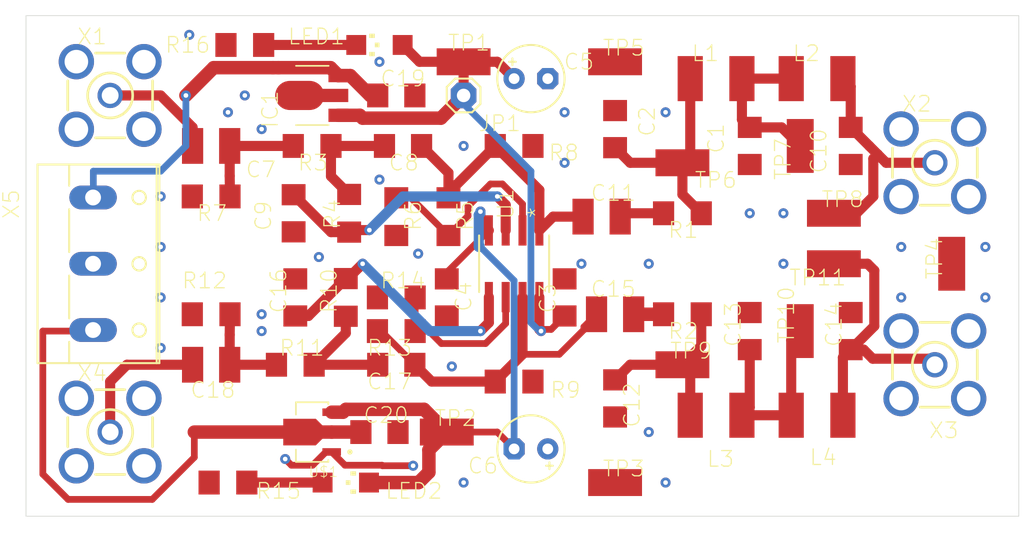
<source format=kicad_pcb>
(kicad_pcb (version 20211014) (generator pcbnew)
  (layers (0 "F.Cu" signal) (31 "B.Cu" signal) (34 "B.Paste" user) (35 "F.Paste" user) (36 "B.SilkS" user "B.Silkscreen") (37 "F.SilkS" user "F.Silkscreen") (38 "B.Mask" user) (39 "F.Mask" user) (44 "Edge.Cuts" user))
  (net 0 "")
  (net 1 "GND")
  (net 2 "VS-")
  (net 3 "VS+")
  (net 4 "+9V")
  (net 5 "-9V")
  (net 6 "DCIN+")
  (net 7 "ACIN+")
  (net 8 "N$8")
  (net 9 "N$9")
  (net 10 "N$10")
  (net 11 "N$4")
  (net 12 "N$1")
  (net 13 "N$2")
  (net 14 "N$3")
  (net 15 "VFILT1+")
  (net 16 "N$7")
  (net 17 "N$11")
  (net 18 "N$12")
  (net 19 "N$13")
  (net 20 "VFILT1-")
  (net 21 "DCIN-")
  (net 22 "ACIN-")
  (net 23 "N$16")
  (net 24 "N$17")
  (net 25 "N$19")
  (net 26 "N$20")
  (net 27 "N$21")
  (footprint "AntiAlias Filter_Diff_Active:C1206" (layer "F.Cu") (at 137.7161 117.5386)
    (fp_text reference "C20" (at -1.27 -1.27) (layer "F.SilkS") (effects (font (size 1.176528 1.176528) (thickness 0.093472)) (justify left)))
    (fp_text value "")
    (pad "1" smd rect (at -1.4 0) (size 1.6 1.8) (layers "F.Cu" "F.Paste" "F.Mask") (net 5 "-9V"))
    (pad "2" smd rect (at 1.4 0) (size 1.6 1.8) (layers "F.Cu" "F.Paste" "F.Mask") (net 1 "GND"))
  )
  (footprint "AntiAlias Filter_Diff_Active:R1206" (layer "F.Cu") (at 125.0161 108.6486 180)
    (fp_text reference "R12" (at -1.27 2.54) (layer "F.SilkS") (effects (font (size 1.176528 1.176528) (thickness 0.093472)) (justify right)))
    (fp_text value "100k")
    (pad "1" smd rect (at -1.422 0 180) (size 1.6 1.803) (layers "F.Cu" "F.Paste" "F.Mask") (net 22 "ACIN-"))
    (pad "2" smd rect (at 1.422 0 180) (size 1.6 1.803) (layers "F.Cu" "F.Paste" "F.Mask") (net 1 "GND"))
  )
  (footprint "AntiAlias Filter_Diff_Active:C1210" (layer "F.Cu") (at 155.4961 108.6486)
    (fp_text reference "C15" (at -1.905 -1.905) (layer "F.SilkS") (effects (font (size 1.176528 1.176528) (thickness 0.093472)) (justify left)))
    (fp_text value "10u")
    (pad "1" smd rect (at -1.4 0) (size 1.6 2.7) (layers "F.Cu" "F.Paste" "F.Mask") (net 20 "VFILT1-"))
    (pad "2" smd rect (at 1.4 0) (size 1.6 2.7) (layers "F.Cu" "F.Paste" "F.Mask") (net 19 "N$13"))
  )
  (footprint "AntiAlias Filter_Diff_Active:TP20SQ" (layer "F.Cu") (at 169.4661 95.9486 90)
    (fp_text reference "TP7" (at -2.651 -1.304 90) (layer "F.SilkS") (effects (font (size 1.176528 1.176528) (thickness 0.093472)) (justify left)))
    (fp_text value "TPTP20SQ")
    (pad "TP" smd rect (at 0 0 90) (size 4.064 2.032) (layers "F.Cu" "F.Mask") (net 13 "N$2"))
  )
  (footprint "AntiAlias Filter_Diff_Active:TP20SQ" (layer "F.Cu") (at 172.0061 104.8386 180)
    (fp_text reference "TP11" (at -1 -1.05) (layer "F.SilkS") (effects (font (size 1.176528 1.176528) (thickness 0.093472)) (justify right)))
    (fp_text value "TPTP20SQ")
    (pad "TP" smd rect (at 0 0 180) (size 4.064 2.032) (layers "F.Cu" "F.Mask") (net 16 "N$7"))
  )
  (footprint "AntiAlias Filter_Diff_Active:W237-103" (layer "F.Cu") (at 117.3961 104.8386 -90)
    (fp_text reference "X5" (at -5.6858 7.4622 90) (layer "F.SilkS") (effects (font (size 1.17856 1.17856) (thickness 0.09144)) (justify right)))
    (fp_text value "")
    (pad "1" thru_hole oval (at -5 1.29) (size 3.5814 1.7907) (drill 1.1938) (layers *.Cu *.Mask) (net 4 "+9V"))
    (pad "2" thru_hole oval (at 0 1.29) (size 3.5814 1.7907) (drill 1.1938) (layers *.Cu *.Mask) (net 1 "GND"))
    (pad "3" thru_hole oval (at 5 1.29) (size 3.5814 1.7907) (drill 1.1938) (layers *.Cu *.Mask) (net 5 "-9V"))
  )
  (footprint "AntiAlias Filter_Diff_Active:TP20SQ" (layer "F.Cu") (at 160.5761 97.2186 180)
    (fp_text reference "TP6" (at -4.175 -1.304) (layer "F.SilkS") (effects (font (size 1.176528 1.176528) (thickness 0.093472)) (justify right)))
    (fp_text value "TPTP20SQ")
    (pad "TP" smd rect (at 0 0 180) (size 4.064 2.032) (layers "F.Cu" "F.Mask") (net 12 "N$1"))
  )
  (footprint "AntiAlias Filter_Diff_Active:C1206" (layer "F.Cu") (at 155.4961 114.9986 -90)
    (fp_text reference "C12" (at -1.27 -1.27 90) (layer "F.SilkS") (effects (font (size 1.176528 1.176528) (thickness 0.093472)) (justify right)))
    (fp_text value "1n")
    (pad "1" smd rect (at -1.4 0 270) (size 1.6 1.8) (layers "F.Cu" "F.Paste" "F.Mask") (net 17 "N$11"))
    (pad "2" smd rect (at 1.4 0 270) (size 1.6 1.8) (layers "F.Cu" "F.Paste" "F.Mask") (net 1 "GND"))
  )
  (footprint "AntiAlias Filter_Diff_Active:BU-SMA-V" (layer "F.Cu") (at 179.6261 97.2186)
    (fp_text reference "X2" (at -2.54 -4.445) (layer "F.SilkS") (effects (font (size 1.176528 1.176528) (thickness 0.093472)) (justify left)))
    (fp_text value "BU-SMA-V")
    (pad "1" thru_hole circle (at 0 0) (size 1.905 1.905) (drill 1.27) (layers *.Cu *.Mask) (net 11 "N$4"))
    (pad "2" thru_hole circle (at -2.5499 -2.5499) (size 2.667 2.667) (drill 1.778) (layers *.Cu *.Mask) (net 1 "GND"))
    (pad "3" thru_hole circle (at 2.5499 -2.5499) (size 2.667 2.667) (drill 1.778) (layers *.Cu *.Mask) (net 1 "GND"))
    (pad "4" thru_hole circle (at 2.5499 2.5499) (size 2.667 2.667) (drill 1.778) (layers *.Cu *.Mask) (net 1 "GND"))
    (pad "5" thru_hole circle (at -2.5499 2.5499) (size 2.667 2.667) (drill 1.778) (layers *.Cu *.Mask) (net 1 "GND"))
  )
  (footprint "AntiAlias Filter_Diff_Active:R1206" (layer "F.Cu") (at 131.3661 112.4586)
    (fp_text reference "R11" (at -1.27 -1.27) (layer "F.SilkS") (effects (font (size 1.176528 1.176528) (thickness 0.093472)) (justify left)))
    (fp_text value "470")
    (pad "1" smd rect (at -1.422 0) (size 1.6 1.803) (layers "F.Cu" "F.Paste" "F.Mask") (net 22 "ACIN-"))
    (pad "2" smd rect (at 1.422 0) (size 1.6 1.803) (layers "F.Cu" "F.Paste" "F.Mask") (net 23 "N$16"))
  )
  (footprint "AntiAlias Filter_Diff_Active:R1206" (layer "F.Cu") (at 132.6361 95.9486 180)
    (fp_text reference "R3" (at -1.27 -1.27) (layer "F.SilkS") (effects (font (size 1.176528 1.176528) (thickness 0.093472)) (justify right)))
    (fp_text value "470")
    (pad "1" smd rect (at -1.422 0 180) (size 1.6 1.803) (layers "F.Cu" "F.Paste" "F.Mask") (net 9 "N$9"))
    (pad "2" smd rect (at 1.422 0 180) (size 1.6 1.803) (layers "F.Cu" "F.Paste" "F.Mask") (net 7 "ACIN+"))
  )
  (footprint "AntiAlias Filter_Diff_Active:L1812" (layer "F.Cu") (at 170.7361 90.8686)
    (fp_text reference "L2" (at -1.905 -1.905) (layer "F.SilkS") (effects (font (size 1.176528 1.176528) (thickness 0.093472)) (justify left)))
    (fp_text value "370u")
    (pad "1" smd rect (at -1.95 0) (size 1.9 3.4) (layers "F.Cu" "F.Paste" "F.Mask") (net 13 "N$2"))
    (pad "2" smd rect (at 1.95 0) (size 1.9 3.4) (layers "F.Cu" "F.Paste" "F.Mask") (net 11 "N$4"))
  )
  (footprint "AntiAlias Filter_Diff_Active:C1210" (layer "F.Cu") (at 125.0161 112.4586 180)
    (fp_text reference "C18" (at -1.905 -1.905) (layer "F.SilkS") (effects (font (size 1.176528 1.176528) (thickness 0.093472)) (justify right)))
    (fp_text value "50n")
    (pad "1" smd rect (at -1.4 0 180) (size 1.6 2.7) (layers "F.Cu" "F.Paste" "F.Mask") (net 22 "ACIN-"))
    (pad "2" smd rect (at 1.4 0 180) (size 1.6 2.7) (layers "F.Cu" "F.Paste" "F.Mask") (net 21 "DCIN-"))
  )
  (footprint "AntiAlias Filter_Diff_Active:C1206" (layer "F.Cu") (at 131.3661 107.3786 90)
    (fp_text reference "C16" (at -1.27 -1.27 90) (layer "F.SilkS") (effects (font (size 1.176528 1.176528) (thickness 0.093472)) (justify left)))
    (fp_text value "1n")
    (pad "1" smd rect (at -1.4 0 90) (size 1.6 1.8) (layers "F.Cu" "F.Paste" "F.Mask") (net 24 "N$17"))
    (pad "2" smd rect (at 1.4 0 90) (size 1.6 1.8) (layers "F.Cu" "F.Paste" "F.Mask") (net 1 "GND"))
  )
  (footprint "AntiAlias Filter_Diff_Active:C1206" (layer "F.Cu") (at 155.4961 94.6786 90)
    (fp_text reference "C2" (at -0.635 2.413 90) (layer "F.SilkS") (effects (font (size 1.176528 1.176528) (thickness 0.093472)) (justify left)))
    (fp_text value "1n")
    (pad "1" smd rect (at -1.4 0 90) (size 1.6 1.8) (layers "F.Cu" "F.Paste" "F.Mask") (net 12 "N$1"))
    (pad "2" smd rect (at 1.4 0 90) (size 1.6 1.8) (layers "F.Cu" "F.Paste" "F.Mask") (net 1 "GND"))
  )
  (footprint "AntiAlias Filter_Diff_Active:R1206" (layer "F.Cu") (at 142.9231 101.2826 -90)
    (fp_text reference "R5" (at -1.27 -1.27 90) (layer "F.SilkS") (effects (font (size 1.176528 1.176528) (thickness 0.093472)) (justify right)))
    (fp_text value "0")
    (pad "1" smd rect (at -1.422 0 270) (size 1.6 1.803) (layers "F.Cu" "F.Paste" "F.Mask") (net 15 "VFILT1+"))
    (pad "2" smd rect (at 1.422 0 270) (size 1.6 1.803) (layers "F.Cu" "F.Paste" "F.Mask") (net 10 "N$10"))
  )
  (footprint "AntiAlias Filter_Diff_Active:R1206" (layer "F.Cu") (at 160.5761 101.0286 180)
    (fp_text reference "R1" (at -1.27 -1.27) (layer "F.SilkS") (effects (font (size 1.176528 1.176528) (thickness 0.093472)) (justify right)))
    (fp_text value "470")
    (pad "1" smd rect (at -1.422 0 180) (size 1.6 1.803) (layers "F.Cu" "F.Paste" "F.Mask") (net 12 "N$1"))
    (pad "2" smd rect (at 1.422 0 180) (size 1.6 1.803) (layers "F.Cu" "F.Paste" "F.Mask") (net 14 "N$3"))
  )
  (footprint "AntiAlias Filter_Diff_Active:R1206" (layer "F.Cu") (at 138.9861 107.3786)
    (fp_text reference "R14" (at -1.27 -1.27) (layer "F.SilkS") (effects (font (size 1.176528 1.176528) (thickness 0.093472)) (justify left)))
    (fp_text value "open")
    (pad "1" smd rect (at -1.422 0) (size 1.6 1.803) (layers "F.Cu" "F.Paste" "F.Mask") (net 1 "GND"))
    (pad "2" smd rect (at 1.422 0) (size 1.6 1.803) (layers "F.Cu" "F.Paste" "F.Mask") (net 25 "N$19"))
  )
  (footprint "AntiAlias Filter_Diff_Active:C1210" (layer "F.Cu") (at 154.4801 101.2826)
    (fp_text reference "C11" (at -0.889 -1.778) (layer "F.SilkS") (effects (font (size 1.176528 1.176528) (thickness 0.093472)) (justify left)))
    (fp_text value "10u")
    (pad "1" smd rect (at -1.4 0) (size 1.6 2.7) (layers "F.Cu" "F.Paste" "F.Mask") (net 15 "VFILT1+"))
    (pad "2" smd rect (at 1.4 0) (size 1.6 2.7) (layers "F.Cu" "F.Paste" "F.Mask") (net 14 "N$3"))
  )
  (footprint "AntiAlias Filter_Diff_Active:C1206" (layer "F.Cu") (at 138.9861 112.4586 180)
    (fp_text reference "C17" (at -1.27 -1.27) (layer "F.SilkS") (effects (font (size 1.176528 1.176528) (thickness 0.093472)) (justify right)))
    (fp_text value "1n")
    (pad "1" smd rect (at -1.4 0 180) (size 1.6 1.8) (layers "F.Cu" "F.Paste" "F.Mask") (net 20 "VFILT1-"))
    (pad "2" smd rect (at 1.4 0 180) (size 1.6 1.8) (layers "F.Cu" "F.Paste" "F.Mask") (net 23 "N$16"))
  )
  (footprint "AntiAlias Filter_Diff_Active:TP20SQ" (layer "F.Cu") (at 169.4661 109.9186 90)
    (fp_text reference "TP10" (at -1 -1.05 90) (layer "F.SilkS") (effects (font (size 1.176528 1.176528) (thickness 0.093472)) (justify left)))
    (fp_text value "TPTP20SQ")
    (pad "TP" smd rect (at 0 0 90) (size 4.064 2.032) (layers "F.Cu" "F.Mask") (net 18 "N$12"))
  )
  (footprint "AntiAlias Filter_Diff_Active:SO8_DIO-M" (layer "F.Cu") (at 147.8761 104.8386 -90)
    (fp_text reference "U1" (at -3.2766 0.635 -90) (layer "F.SilkS") (effects (font (size 1.174496 1.174496) (thickness 0.095504)) (justify left)))
    (fp_text value "TLV272IS-13SO8_DIO-M" hide)
    (fp_text user "*" (at -3.3528 -2.3876 -90) (layer "F.SilkS") (effects (font (size 1.1938 1.1938) (thickness 0.0762)) (justify left bottom)))
    (pad "1" smd rect (at -2.5146 -1.905 270) (size 2.286 0.6096) (layers "F.Cu" "F.Paste" "F.Mask") (net 15 "VFILT1+"))
    (pad "2" smd rect (at -2.5146 -0.635 270) (size 2.286 0.6096) (layers "F.Cu" "F.Paste" "F.Mask") (net 10 "N$10"))
    (pad "3" smd rect (at -2.5146 0.635 270) (size 2.286 0.6096) (layers "F.Cu" "F.Paste" "F.Mask") (net 8 "N$8"))
    (pad "4" smd rect (at -2.5146 1.905 270) (size 2.286 0.6096) (layers "F.Cu" "F.Paste" "F.Mask") (net 2 "VS-"))
    (pad "5" smd rect (at 2.5146 1.905 270) (size 2.286 0.6096) (layers "F.Cu" "F.Paste" "F.Mask") (net 24 "N$17"))
    (pad "6" smd rect (at 2.5146 0.635 270) (size 2.286 0.6096) (layers "F.Cu" "F.Paste" "F.Mask") (net 25 "N$19"))
    (pad "7" smd rect (at 2.5146 -0.635 270) (size 2.286 0.6096) (layers "F.Cu" "F.Paste" "F.Mask") (net 20 "VFILT1-"))
    (pad "8" smd rect (at 2.5146 -1.905 270) (size 2.286 0.6096) (layers "F.Cu" "F.Paste" "F.Mask") (net 3 "VS+"))
  )
  (footprint "AntiAlias Filter_Diff_Active:R1206" (layer "F.Cu") (at 125.0161 99.7586 180)
    (fp_text reference "R7" (at -1.27 -1.27) (layer "F.SilkS") (effects (font (size 1.176528 1.176528) (thickness 0.093472)) (justify right)))
    (fp_text value "100k")
    (pad "1" smd rect (at -1.422 0 180) (size 1.6 1.803) (layers "F.Cu" "F.Paste" "F.Mask") (net 7 "ACIN+"))
    (pad "2" smd rect (at 1.422 0 180) (size 1.6 1.803) (layers "F.Cu" "F.Paste" "F.Mask") (net 1 "GND"))
  )
  (footprint "" (layer "F.Cu") (at 127.5561 104.8386)
    (fp_text reference "@HOLE0" hide)
    (fp_text value "" (at 0 0) (layer "F.SilkS") (effects (font (size 1.27 1.27))))
    (pad "" np_thru_hole circle (at 0 0) (size 3.048 3.048) (drill 3.048) (layers *.Cu *.Mask))
  )
  (footprint "AntiAlias Filter_Diff_Active:E2,5-5" (layer "F.Cu") (at 149.1461 90.8686)
    (fp_text reference "C5" (at 2.413 -1.27) (layer "F.SilkS") (effects (font (size 1.17856 1.17856) (thickness 0.09144)) (justify left)))
    (fp_text value "")
    (pad "+" thru_hole circle (at -1.27 0) (size 1.6002 1.6002) (drill 0.8128) (layers *.Cu *.Mask) (net 3 "VS+"))
    (pad "-" thru_hole roundrect (at 1.27 0) (size 1.6002 1.6002) (drill 0.8128) (layers *.Cu *.Mask) (chamfer_ratio 0.25) (chamfer top_left top_right bottom_left bottom_right) (net 1 "GND"))
  )
  (footprint "AntiAlias Filter_Diff_Active:C1206" (layer "F.Cu") (at 165.6561 95.9486 -90)
    (fp_text reference "C1" (at -1.778 2.54 90) (layer "F.SilkS") (effects (font (size 1.176528 1.176528) (thickness 0.093472)) (justify right)))
    (fp_text value "3n")
    (pad "1" smd rect (at -1.4 0 270) (size 1.6 1.8) (layers "F.Cu" "F.Paste" "F.Mask") (net 13 "N$2"))
    (pad "2" smd rect (at 1.4 0 270) (size 1.6 1.8) (layers "F.Cu" "F.Paste" "F.Mask") (net 1 "GND"))
  )
  (footprint "AntiAlias Filter_Diff_Active:L1812" (layer "F.Cu") (at 163.1161 90.8686)
    (fp_text reference "L1" (at -1.905 -1.905) (layer "F.SilkS") (effects (font (size 1.176528 1.176528) (thickness 0.093472)) (justify left)))
    (fp_text value "370u")
    (pad "1" smd rect (at -1.95 0) (size 1.9 3.4) (layers "F.Cu" "F.Paste" "F.Mask") (net 12 "N$1"))
    (pad "2" smd rect (at 1.95 0) (size 1.9 3.4) (layers "F.Cu" "F.Paste" "F.Mask") (net 13 "N$2"))
  )
  (footprint "AntiAlias Filter_Diff_Active:L1812" (layer "F.Cu") (at 163.1161 116.2686)
    (fp_text reference "L3" (at -0.762 3.302) (layer "F.SilkS") (effects (font (size 1.176528 1.176528) (thickness 0.093472)) (justify left)))
    (fp_text value "370u")
    (pad "1" smd rect (at -1.95 0) (size 1.9 3.4) (layers "F.Cu" "F.Paste" "F.Mask") (net 17 "N$11"))
    (pad "2" smd rect (at 1.95 0) (size 1.9 3.4) (layers "F.Cu" "F.Paste" "F.Mask") (net 18 "N$12"))
  )
  (footprint "AntiAlias Filter_Diff_Active:R1206" (layer "F.Cu") (at 126.2861 121.3486 180)
    (fp_text reference "R15" (at -5.588 -0.635) (layer "F.SilkS") (effects (font (size 1.176528 1.176528) (thickness 0.093472)) (justify right)))
    (fp_text value "470")
    (pad "1" smd rect (at -1.422 0 180) (size 1.6 1.803) (layers "F.Cu" "F.Paste" "F.Mask") (net 26 "N$20"))
    (pad "2" smd rect (at 1.422 0 180) (size 1.6 1.803) (layers "F.Cu" "F.Paste" "F.Mask") (net 1 "GND"))
  )
  (footprint "" (layer "F.Cu") (at 182.1661 89.5986)
    (fp_text reference "@HOLE2" hide)
    (fp_text value "" (at 0 0) (layer "F.SilkS") (effects (font (size 1.27 1.27))))
    (pad "" np_thru_hole circle (at 0 0) (size 3.048 3.048) (drill 3.048) (layers *.Cu *.Mask))
  )
  (footprint "AntiAlias Filter_Diff_Active:C1206" (layer "F.Cu") (at 139.4941 95.9486 180)
    (fp_text reference "C8" (at -1.27 -1.27) (layer "F.SilkS") (effects (font (size 1.176528 1.176528) (thickness 0.093472)) (justify right)))
    (fp_text value "1n")
    (pad "1" smd rect (at -1.4 0 180) (size 1.6 1.8) (layers "F.Cu" "F.Paste" "F.Mask") (net 15 "VFILT1+"))
    (pad "2" smd rect (at 1.4 0 180) (size 1.6 1.8) (layers "F.Cu" "F.Paste" "F.Mask") (net 9 "N$9"))
  )
  (footprint "AntiAlias Filter_Diff_Active:C1206" (layer "F.Cu") (at 151.6861 107.3786 90)
    (fp_text reference "C3" (at -1.27 -1.27 90) (layer "F.SilkS") (effects (font (size 1.176528 1.176528) (thickness 0.093472)) (justify left)))
    (fp_text value "")
    (pad "1" smd rect (at -1.4 0 90) (size 1.6 1.8) (layers "F.Cu" "F.Paste" "F.Mask") (net 3 "VS+"))
    (pad "2" smd rect (at 1.4 0 90) (size 1.6 1.8) (layers "F.Cu" "F.Paste" "F.Mask") (net 1 "GND"))
  )
  (footprint "AntiAlias Filter_Diff_Active:TP20SQ" (layer "F.Cu") (at 160.5761 112.4586)
    (fp_text reference "TP9" (at -1 -1.05) (layer "F.SilkS") (effects (font (size 1.176528 1.176528) (thickness 0.093472)) (justify left)))
    (fp_text value "TPTP20SQ")
    (pad "TP" smd rect (at 0 0) (size 4.064 2.032) (layers "F.Cu" "F.Mask") (net 17 "N$11"))
  )
  (footprint "AntiAlias Filter_Diff_Active:R1206" (layer "F.Cu") (at 127.5561 88.3286 180)
    (fp_text reference "R16" (at 2.54 0) (layer "F.SilkS") (effects (font (size 1.176528 1.176528) (thickness 0.093472)) (justify right)))
    (fp_text value "470")
    (pad "1" smd rect (at -1.422 0 180) (size 1.6 1.803) (layers "F.Cu" "F.Paste" "F.Mask") (net 27 "N$21"))
    (pad "2" smd rect (at 1.422 0 180) (size 1.6 1.803) (layers "F.Cu" "F.Paste" "F.Mask") (net 1 "GND"))
  )
  (footprint "AntiAlias Filter_Diff_Active:CHIPLED_1206" (layer "F.Cu") (at 137.7161 88.3286 90)
    (fp_text reference "LED1" (at 0.635 -2.54) (layer "F.SilkS") (effects (font (size 1.176528 1.176528) (thickness 0.093472)) (justify right)))
    (fp_text value "")
    (pad "A" smd rect (at 0 1.75 90) (size 1.5 1.5) (layers "F.Cu" "F.Paste" "F.Mask") (net 3 "VS+"))
    (pad "C" smd rect (at 0 -1.75 90) (size 1.5 1.5) (layers "F.Cu" "F.Paste" "F.Mask") (net 27 "N$21"))
  )
  (footprint "AntiAlias Filter_Diff_Active:R1206" (layer "F.Cu") (at 147.8761 95.9486)
    (fp_text reference "R8" (at 2.54 0.508) (layer "F.SilkS") (effects (font (size 1.176528 1.176528) (thickness 0.093472)) (justify left)))
    (fp_text value "2.2k")
    (pad "1" smd rect (at -1.422 0) (size 1.6 1.803) (layers "F.Cu" "F.Paste" "F.Mask") (net 15 "VFILT1+"))
    (pad "2" smd rect (at 1.422 0) (size 1.6 1.803) (layers "F.Cu" "F.Paste" "F.Mask") (net 1 "GND"))
  )
  (footprint "AntiAlias Filter_Diff_Active:VREG_L78L12ABUTR" (layer "F.Cu") (at 132.6361 117.5386 180)
    (fp_text reference "U$1" (at -2 -3) (layer "F.SilkS") (effects (font (size 0.752978 0.752978) (thickness 0.059822)) (justify right)))
    (fp_text value "79LXX")
    (fp_poly (pts (xy 2.18 1.005) (xy -0.277071 1.005) (xy -0.952072 0.33) (xy -2.18 0.33) (xy -2.18 -0.33) (xy -0.952072 -0.33) (xy -0.277071 -1.005) (xy 2.18 -1.005)) (layer "F.Cu") (width 0) (fill solid))
    (pad "1" smd rect (at -1.475 -1.5 180) (size 1.4 0.57) (layers "F.Cu" "F.Paste" "F.Mask") (net 1 "GND"))
    (pad "2" smd rect (at -1.475 0 180) (size 1.4 0.65) (layers "F.Cu") (net 5 "-9V"))
    (pad "3" smd rect (at -1.475 1.5 180) (size 1.4 0.57) (layers "F.Cu" "F.Paste" "F.Mask") (net 2 "VS-"))
  )
  (footprint "AntiAlias Filter_Diff_Active:TP20SQ" (layer "F.Cu") (at 144.0661 89.5986)
    (fp_text reference "TP1" (at -1.254 -1.431) (layer "F.SilkS") (effects (font (size 1.176528 1.176528) (thickness 0.093472)) (justify left)))
    (fp_text value "TPTP20SQ")
    (pad "TP" smd rect (at 0 0) (size 4.064 2.032) (layers "F.Cu" "F.Mask") (net 3 "VS+"))
  )
  (footprint "AntiAlias Filter_Diff_Active:BU-SMA-V" (layer "F.Cu") (at 117.3961 92.1386)
    (fp_text reference "X1" (at -2.54 -4.445) (layer "F.SilkS") (effects (font (size 1.176528 1.176528) (thickness 0.093472)) (justify left)))
    (fp_text value "BU-SMA-V")
    (pad "1" thru_hole circle (at 0 0) (size 1.905 1.905) (drill 1.27) (layers *.Cu *.Mask) (net 6 "DCIN+"))
    (pad "2" thru_hole circle (at -2.5499 -2.5499) (size 2.667 2.667) (drill 1.778) (layers *.Cu *.Mask) (net 1 "GND"))
    (pad "3" thru_hole circle (at 2.5499 -2.5499) (size 2.667 2.667) (drill 1.778) (layers *.Cu *.Mask) (net 1 "GND"))
    (pad "4" thru_hole circle (at 2.5499 2.5499) (size 2.667 2.667) (drill 1.778) (layers *.Cu *.Mask) (net 1 "GND"))
    (pad "5" thru_hole circle (at -2.5499 2.5499) (size 2.667 2.667) (drill 1.778) (layers *.Cu *.Mask) (net 1 "GND"))
  )
  (footprint "AntiAlias Filter_Diff_Active:TP20SQ" (layer "F.Cu") (at 155.4961 121.3486)
    (fp_text reference "TP3" (at -1 -1.05) (layer "F.SilkS") (effects (font (size 1.176528 1.176528) (thickness 0.093472)) (justify left)))
    (fp_text value "TPTP20SQ")
    (pad "TP" smd rect (at 0 0) (size 4.064 2.032) (layers "F.Cu" "F.Mask") (net 1 "GND"))
  )
  (footprint "AntiAlias Filter_Diff_Active:R1206" (layer "F.Cu") (at 147.8761 113.7286)
    (fp_text reference "R9" (at 2.667 0.635) (layer "F.SilkS") (effects (font (size 1.176528 1.176528) (thickness 0.093472)) (justify left)))
    (fp_text value "2.2k")
    (pad "1" smd rect (at -1.422 0) (size 1.6 1.803) (layers "F.Cu" "F.Paste" "F.Mask") (net 20 "VFILT1-"))
    (pad "2" smd rect (at 1.422 0) (size 1.6 1.803) (layers "F.Cu" "F.Paste" "F.Mask") (net 1 "GND"))
  )
  (footprint "AntiAlias Filter_Diff_Active:C1206" (layer "F.Cu") (at 165.6561 109.9186 90)
    (fp_text reference "C13" (at -1.27 -1.27 90) (layer "F.SilkS") (effects (font (size 1.176528 1.176528) (thickness 0.093472)) (justify left)))
    (fp_text value "3n")
    (pad "1" smd rect (at -1.4 0 90) (size 1.6 1.8) (layers "F.Cu" "F.Paste" "F.Mask") (net 18 "N$12"))
    (pad "2" smd rect (at 1.4 0 90) (size 1.6 1.8) (layers "F.Cu" "F.Paste" "F.Mask") (net 1 "GND"))
  )
  (footprint "AntiAlias Filter_Diff_Active:C1206" (layer "F.Cu") (at 138.9861 92.1386)
    (fp_text reference "C19" (at -1.27 -1.27) (layer "F.SilkS") (effects (font (size 1.176528 1.176528) (thickness 0.093472)) (justify left)))
    (fp_text value "")
    (pad "1" smd rect (at -1.4 0) (size 1.6 1.8) (layers "F.Cu" "F.Paste" "F.Mask") (net 4 "+9V"))
    (pad "2" smd rect (at 1.4 0) (size 1.6 1.8) (layers "F.Cu" "F.Paste" "F.Mask") (net 1 "GND"))
  )
  (footprint "AntiAlias Filter_Diff_Active:BU-SMA-V" (layer "F.Cu") (at 179.6261 112.4586)
    (fp_text reference "X3" (at -0.508 4.953) (layer "F.SilkS") (effects (font (size 1.176528 1.176528) (thickness 0.093472)) (justify left)))
    (fp_text value "BU-SMA-V")
    (pad "1" thru_hole circle (at 0 0) (size 1.905 1.905) (drill 1.27) (layers *.Cu *.Mask) (net 16 "N$7"))
    (pad "2" thru_hole circle (at -2.5499 -2.5499) (size 2.667 2.667) (drill 1.778) (layers *.Cu *.Mask) (net 1 "GND"))
    (pad "3" thru_hole circle (at 2.5499 -2.5499) (size 2.667 2.667) (drill 1.778) (layers *.Cu *.Mask) (net 1 "GND"))
    (pad "4" thru_hole circle (at 2.5499 2.5499) (size 2.667 2.667) (drill 1.778) (layers *.Cu *.Mask) (net 1 "GND"))
    (pad "5" thru_hole circle (at -2.5499 2.5499) (size 2.667 2.667) (drill 1.778) (layers *.Cu *.Mask) (net 1 "GND"))
  )
  (footprint "AntiAlias Filter_Diff_Active:TP20SQ" (layer "F.Cu") (at 172.0061 101.0286)
    (fp_text reference "TP8" (at -1 -1.05) (layer "F.SilkS") (effects (font (size 1.176528 1.176528) (thickness 0.093472)) (justify left)))
    (fp_text value "TPTP20SQ")
    (pad "TP" smd rect (at 0 0) (size 4.064 2.032) (layers "F.Cu" "F.Mask") (net 11 "N$4"))
  )
  (footprint "" (layer "F.Cu") (at 182.1661 120.0786)
    (fp_text reference "@HOLE3" hide)
    (fp_text value "" (at 0 0) (layer "F.SilkS") (effects (font (size 1.27 1.27))))
    (pad "" np_thru_hole circle (at 0 0) (size 3.048 3.048) (drill 3.048) (layers *.Cu *.Mask))
  )
  (footprint "AntiAlias Filter_Diff_Active:TP20SQ" (layer "F.Cu") (at 155.4961 89.5986)
    (fp_text reference "TP5" (at -1 -1.05) (layer "F.SilkS") (effects (font (size 1.176528 1.176528) (thickness 0.093472)) (justify left)))
    (fp_text value "TPTP20SQ")
    (pad "TP" smd rect (at 0 0) (size 4.064 2.032) (layers "F.Cu" "F.Mask") (net 1 "GND"))
  )
  (footprint "AntiAlias Filter_Diff_Active:SOT89" (layer "F.Cu") (at 132.6361 92.1386 90)
    (fp_text reference "IC1" (at -2.54 -3.175 90) (layer "F.SilkS") (effects (font (size 1.176528 1.176528) (thickness 0.093472)) (justify left)))
    (fp_text value "78L05F")
    (pad "1" smd rect (at -1.499 1.981 90) (size 1 1.5) (layers "F.Cu") (net 3 "VS+"))
    (pad "2" smd rect (at 0 1.727 90) (size 1 2) (layers "F.Cu") (net 1 "GND"))
    (pad "2@1" smd roundrect (at 0 -0.94 90) (size 2.2 3.7) (layers "F.Cu" "F.Mask") (roundrect_rratio 0.5) (net 1 "GND"))
    (pad "3" smd rect (at 1.499 1.981 90) (size 1 1.5) (layers "F.Cu") (net 4 "+9V"))
  )
  (footprint "AntiAlias Filter_Diff_Active:CHIPLED_1206" (layer "F.Cu") (at 135.1761 121.3486 -90)
    (fp_text reference "LED2" (at 0.635 -2.921) (layer "F.SilkS") (effects (font (size 1.176528 1.176528) (thickness 0.093472)) (justify left)))
    (fp_text value "")
    (pad "A" smd rect (at 0 1.75 270) (size 1.5 1.5) (layers "F.Cu" "F.Paste" "F.Mask") (net 26 "N$20"))
    (pad "C" smd rect (at 0 -1.75 270) (size 1.5 1.5) (layers "F.Cu" "F.Paste" "F.Mask") (net 2 "VS-"))
  )
  (footprint "AntiAlias Filter_Diff_Active:C1210" (layer "F.Cu") (at 125.0161 95.9486)
    (fp_text reference "C7" (at 2.54 1.778) (layer "F.SilkS") (effects (font (size 1.176528 1.176528) (thickness 0.093472)) (justify left)))
    (fp_text value "50n")
    (pad "1" smd rect (at -1.4 0) (size 1.6 2.7) (layers "F.Cu" "F.Paste" "F.Mask") (net 6 "DCIN+"))
    (pad "2" smd rect (at 1.4 0) (size 1.6 2.7) (layers "F.Cu" "F.Paste" "F.Mask") (net 7 "ACIN+"))
  )
  (footprint "AntiAlias Filter_Diff_Active:C1206" (layer "F.Cu") (at 142.7961 107.3786 -90)
    (fp_text reference "C4" (at -1.27 -1.27 90) (layer "F.SilkS") (effects (font (size 1.176528 1.176528) (thickness 0.093472)) (justify right)))
    (fp_text value "")
    (pad "1" smd rect (at -1.4 0 270) (size 1.6 1.8) (layers "F.Cu" "F.Paste" "F.Mask") (net 2 "VS-"))
    (pad "2" smd rect (at 1.4 0 270) (size 1.6 1.8) (layers "F.Cu" "F.Paste" "F.Mask") (net 1 "GND"))
  )
  (footprint "AntiAlias Filter_Diff_Active:R1206" (layer "F.Cu") (at 138.9861 101.2826 -90)
    (fp_text reference "R6" (at -1.27 -1.27 90) (layer "F.SilkS") (effects (font (size 1.176528 1.176528) (thickness 0.093472)) (justify right)))
    (fp_text value "open")
    (pad "1" smd rect (at -1.422 0 270) (size 1.6 1.803) (layers "F.Cu" "F.Paste" "F.Mask") (net 10 "N$10"))
    (pad "2" smd rect (at 1.422 0 270) (size 1.6 1.803) (layers "F.Cu" "F.Paste" "F.Mask") (net 1 "GND"))
  )
  (footprint "AntiAlias Filter_Diff_Active:R1206" (layer "F.Cu") (at 135.4301 101.0286 90)
    (fp_text reference "R4" (at -1.27 -1.27 90) (layer "F.SilkS") (effects (font (size 1.176528 1.176528) (thickness 0.093472)) (justify left)))
    (fp_text value "470")
    (pad "1" smd rect (at -1.422 0 90) (size 1.6 1.803) (layers "F.Cu" "F.Paste" "F.Mask") (net 8 "N$8"))
    (pad "2" smd rect (at 1.422 0 90) (size 1.6 1.803) (layers "F.Cu" "F.Paste" "F.Mask") (net 9 "N$9"))
  )
  (footprint "AntiAlias Filter_Diff_Active:L1812" (layer "F.Cu") (at 170.7361 116.2686)
    (fp_text reference "L4" (at -0.635 3.175) (layer "F.SilkS") (effects (font (size 1.176528 1.176528) (thickness 0.093472)) (justify left)))
    (fp_text value "370u")
    (pad "1" smd rect (at -1.95 0) (size 1.9 3.4) (layers "F.Cu" "F.Paste" "F.Mask") (net 18 "N$12"))
    (pad "2" smd rect (at 1.95 0) (size 1.9 3.4) (layers "F.Cu" "F.Paste" "F.Mask") (net 16 "N$7"))
  )
  (footprint "AntiAlias Filter_Diff_Active:TP20SQ" (layer "F.Cu") (at 180.8961 104.8386 90)
    (fp_text reference "TP4" (at -1.254 -1.304 90) (layer "F.SilkS") (effects (font (size 1.176528 1.176528) (thickness 0.093472)) (justify left)))
    (fp_text value "TPTP20SQ")
    (pad "TP" smd rect (at 0 0 90) (size 4.064 2.032) (layers "F.Cu" "F.Mask") (net 1 "GND"))
  )
  (footprint "AntiAlias Filter_Diff_Active:R1206" (layer "F.Cu") (at 160.5761 108.6486 180)
    (fp_text reference "R2" (at -1.27 -1.27) (layer "F.SilkS") (effects (font (size 1.176528 1.176528) (thickness 0.093472)) (justify right)))
    (fp_text value "470")
    (pad "1" smd rect (at -1.422 0 180) (size 1.6 1.803) (layers "F.Cu" "F.Paste" "F.Mask") (net 17 "N$11"))
    (pad "2" smd rect (at 1.422 0 180) (size 1.6 1.803) (layers "F.Cu" "F.Paste" "F.Mask") (net 19 "N$13"))
  )
  (footprint "AntiAlias Filter_Diff_Active:TP20SQ" (layer "F.Cu") (at 142.7961 117.5386)
    (fp_text reference "TP2" (at -1 -1.05) (layer "F.SilkS") (effects (font (size 1.176528 1.176528) (thickness 0.093472)) (justify left)))
    (fp_text value "TPTP20SQ")
    (pad "TP" smd rect (at 0 0) (size 4.064 2.032) (layers "F.Cu" "F.Mask") (net 2 "VS-"))
  )
  (footprint "AntiAlias Filter_Diff_Active:R1206" (layer "F.Cu") (at 135.1761 107.3786 90)
    (fp_text reference "R10" (at -1.27 -1.27 90) (layer "F.SilkS") (effects (font (size 1.176528 1.176528) (thickness 0.093472)) (justify left)))
    (fp_text value "470")
    (pad "1" smd rect (at -1.422 0 90) (size 1.6 1.803) (layers "F.Cu" "F.Paste" "F.Mask") (net 23 "N$16"))
    (pad "2" smd rect (at 1.422 0 90) (size 1.6 1.803) (layers "F.Cu" "F.Paste" "F.Mask") (net 24 "N$17"))
  )
  (footprint "" (layer "F.Cu") (at 163.1161 104.8386)
    (fp_text reference "@HOLE1" hide)
    (fp_text value "" (at 0 0) (layer "F.SilkS") (effects (font (size 1.27 1.27))))
    (pad "" np_thru_hole circle (at 0 0) (size 3.048 3.048) (drill 3.048) (layers *.Cu *.Mask))
  )
  (footprint "AntiAlias Filter_Diff_Active:E2,5-5" (layer "F.Cu") (at 149.1461 118.8086 180)
    (fp_text reference "C6" (at 2.413 -1.27) (layer "F.SilkS") (effects (font (size 1.17856 1.17856) (thickness 0.09144)) (justify right)))
    (fp_text value "")
    (pad "+" thru_hole circle (at -1.27 0 180) (size 1.6002 1.6002) (drill 0.8128) (layers *.Cu *.Mask) (net 1 "GND"))
    (pad "-" thru_hole roundrect (at 1.27 0 180) (size 1.6002 1.6002) (drill 0.8128) (layers *.Cu *.Mask) (chamfer_ratio 0.25) (chamfer top_left top_right bottom_left bottom_right) (net 2 "VS-"))
  )
  (footprint "AntiAlias Filter_Diff_Active:BU-SMA-V" (layer "F.Cu") (at 117.3961 117.5386)
    (fp_text reference "X4" (at -2.54 -4.445) (layer "F.SilkS") (effects (font (size 1.176528 1.176528) (thickness 0.093472)) (justify left)))
    (fp_text value "BU-SMA-V")
    (pad "1" thru_hole circle (at 0 0) (size 1.905 1.905) (drill 1.27) (layers *.Cu *.Mask) (net 21 "DCIN-"))
    (pad "2" thru_hole circle (at -2.5499 -2.5499) (size 2.667 2.667) (drill 1.778) (layers *.Cu *.Mask) (net 1 "GND"))
    (pad "3" thru_hole circle (at 2.5499 -2.5499) (size 2.667 2.667) (drill 1.778) (layers *.Cu *.Mask) (net 1 "GND"))
    (pad "4" thru_hole circle (at 2.5499 2.5499) (size 2.667 2.667) (drill 1.778) (layers *.Cu *.Mask) (net 1 "GND"))
    (pad "5" thru_hole circle (at -2.5499 2.5499) (size 2.667 2.667) (drill 1.778) (layers *.Cu *.Mask) (net 1 "GND"))
  )
  (footprint "AntiAlias Filter_Diff_Active:C1206" (layer "F.Cu") (at 173.2761 95.9486 -90)
    (fp_text reference "C10" (at -1.397 2.413 90) (layer "F.SilkS") (effects (font (size 1.176528 1.176528) (thickness 0.093472)) (justify right)))
    (fp_text value "1n")
    (pad "1" smd rect (at -1.4 0 270) (size 1.6 1.8) (layers "F.Cu" "F.Paste" "F.Mask") (net 11 "N$4"))
    (pad "2" smd rect (at 1.4 0 270) (size 1.6 1.8) (layers "F.Cu" "F.Paste" "F.Mask") (net 1 "GND"))
  )
  (footprint "AntiAlias Filter_Diff_Active:1X01" (layer "F.Cu") (at 144.0661 92.1386)
    (fp_text reference "JP1" (at 1.0668 2.1082) (layer "F.SilkS") (effects (font (size 1.17856 1.17856) (thickness 0.09144)) (justify left)))
    (fp_text value "")
    (pad "1" thru_hole roundrect (at 0 0) (size 1.9304 1.9304) (drill 1.016) (layers *.Cu *.Mask) (chamfer_ratio 0.25) (chamfer top_left top_right bottom_left bottom_right) (net 3 "VS+"))
  )
  (footprint "AntiAlias Filter_Diff_Active:R1206" (layer "F.Cu") (at 138.9861 109.9186 180)
    (fp_text reference "R13" (at -1.27 -1.27) (layer "F.SilkS") (effects (font (size 1.176528 1.176528) (thickness 0.093472)) (justify right)))
    (fp_text value "0")
    (pad "1" smd rect (at -1.422 0 180) (size 1.6 1.803) (layers "F.Cu" "F.Paste" "F.Mask") (net 25 "N$19"))
    (pad "2" smd rect (at 1.422 0 180) (size 1.6 1.803) (layers "F.Cu" "F.Paste" "F.Mask") (net 20 "VFILT1-"))
  )
  (footprint "AntiAlias Filter_Diff_Active:C1206" (layer "F.Cu") (at 173.2761 109.9186 90)
    (fp_text reference "C14" (at -1.27 -1.27 90) (layer "F.SilkS") (effects (font (size 1.176528 1.176528) (thickness 0.093472)) (justify left)))
    (fp_text value "1n")
    (pad "1" smd rect (at -1.4 0 90) (size 1.6 1.8) (layers "F.Cu" "F.Paste" "F.Mask") (net 16 "N$7"))
    (pad "2" smd rect (at 1.4 0 90) (size 1.6 1.8) (layers "F.Cu" "F.Paste" "F.Mask") (net 1 "GND"))
  )
  (footprint "AntiAlias Filter_Diff_Active:C1206" (layer "F.Cu") (at 131.2391 101.0286 -90)
    (fp_text reference "C9" (at -1.016 2.286 90) (layer "F.SilkS") (effects (font (size 1.176528 1.176528) (thickness 0.093472)) (justify right)))
    (fp_text value "1n")
    (pad "1" smd rect (at -1.4 0 270) (size 1.6 1.8) (layers "F.Cu" "F.Paste" "F.Mask") (net 8 "N$8"))
    (pad "2" smd rect (at 1.4 0 270) (size 1.6 1.8) (layers "F.Cu" "F.Paste" "F.Mask") (net 1 "GND"))
  )
  (gr_line (start 111.0461 86.1186) (end 111.0461 123.8886) (layer "Edge.Cuts") (width 0.05))
  (gr_line (start 111.0461 123.8886) (end 185.9561 123.8886) (layer "Edge.Cuts") (width 0.05))
  (gr_line (start 185.9561 123.8886) (end 185.9561 86.1186) (layer "Edge.Cuts") (width 0.05))
  (gr_line (start 185.9561 86.1186) (end 111.0461 86.1186) (layer "Edge.Cuts") (width 0.05))
  (segment (start 134.1111 119.0386) (end 133.6761 119.0386) (width 0.508) (layer "F.Cu") (net 1))
  (segment (start 131.0733 120.0398) (end 130.6041 119.5706) (width 0.508) (layer "F.Cu") (net 1))
  (segment (start 137.907562 120.0398) (end 135.1123 120.0398) (width 0.508) (layer "F.Cu") (net 1))
  (segment (start 133.6761 119.0386) (end 132.6749 120.0398) (width 0.508) (layer "F.Cu") (net 1))
  (segment (start 140.2561 120.0786) (end 137.946362 120.0786) (width 0.508) (layer "F.Cu") (net 1))
  (segment (start 138.9861 102.9336) (end 138.9861 102.7046) (width 0.508) (layer "F.Cu") (net 1))
  (segment (start 135.1123 120.0398) (end 134.1111 119.0386) (width 0.508) (layer "F.Cu") (net 1))
  (segment (start 132.6749 120.0398) (end 131.0733 120.0398) (width 0.508) (layer "F.Cu") (net 1))
  (segment (start 137.946362 120.0786) (end 137.907562 120.0398) (width 0.508) (layer "F.Cu") (net 1))
  (via (at 177.0861 107.3786) (size 0.7564) (drill 0.35) (layers "F.Cu" "B.Cu") (net 1))
  (via (at 121.2061 103.5686) (size 0.7564) (drill 0.35) (layers "F.Cu" "B.Cu") (net 1))
  (via (at 133.1441 104.3306) (size 0.7564) (drill 0.35) (layers "F.Cu" "B.Cu") (net 1))
  (via (at 144.0661 95.9486) (size 0.7564) (drill 0.35) (layers "F.Cu" "B.Cu") (net 1))
  (via (at 159.3061 93.4086) (size 0.7564) (drill 0.35) (layers "F.Cu" "B.Cu") (net 1))
  (via (at 121.2061 111.1886) (size 0.7564) (drill 0.35) (layers "F.Cu" "B.Cu") (net 1))
  (via (at 137.7161 89.5986) (size 0.7564) (drill 0.35) (layers "F.Cu" "B.Cu") (net 1))
  (via (at 143.1771 112.5856) (size 0.7564) (drill 0.35) (layers "F.Cu" "B.Cu") (net 1))
  (via (at 152.9561 104.8386) (size 0.7564) (drill 0.35) (layers "F.Cu" "B.Cu") (net 1))
  (via (at 158.0361 104.8386) (size 0.7564) (drill 0.35) (layers "F.Cu" "B.Cu") (net 1))
  (via (at 183.4361 103.5686) (size 0.7564) (drill 0.35) (layers "F.Cu" "B.Cu") (net 1))
  (via (at 128.8261 94.6786) (size 0.7564) (drill 0.35) (layers "F.Cu" "B.Cu") (net 1))
  (via (at 123.3651 87.5666) (size 0.7564) (drill 0.35) (layers "F.Cu" "B.Cu") (net 1))
  (via (at 140.6371 104.0766) (size 0.7564) (drill 0.35) (layers "F.Cu" "B.Cu") (net 1))
  (via (at 151.6861 93.4086) (size 0.7564) (drill 0.35) (layers "F.Cu" "B.Cu") (net 1))
  (via (at 151.6861 97.2186) (size 0.7564) (drill 0.35) (layers "F.Cu" "B.Cu") (net 1))
  (via (at 158.0361 117.5386) (size 0.7564) (drill 0.35) (layers "F.Cu" "B.Cu") (net 1))
  (via (at 165.6561 101.0286) (size 0.7564) (drill 0.35) (layers "F.Cu" "B.Cu") (net 1))
  (via (at 140.2561 120.0786) (size 0.7564) (drill 0.35) (layers "F.Cu" "B.Cu") (net 1))
  (via (at 121.2061 99.7586) (size 0.7564) (drill 0.35) (layers "F.Cu" "B.Cu") (net 1))
  (via (at 130.6041 119.5706) (size 0.7564) (drill 0.35) (layers "F.Cu" "B.Cu") (net 1))
  (via (at 137.7161 98.4886) (size 0.7564) (drill 0.35) (layers "F.Cu" "B.Cu") (net 1))
  (via (at 126.2861 93.4086) (size 0.7564) (drill 0.35) (layers "F.Cu" "B.Cu") (net 1))
  (via (at 159.3061 121.3486) (size 0.7564) (drill 0.35) (layers "F.Cu" "B.Cu") (net 1))
  (via (at 177.0861 103.5686) (size 0.7564) (drill 0.35) (layers "F.Cu" "B.Cu") (net 1))
  (via (at 121.2061 107.3786) (size 0.7564) (drill 0.35) (layers "F.Cu" "B.Cu") (net 1))
  (via (at 144.0661 121.3486) (size 0.7564) (drill 0.35) (layers "F.Cu" "B.Cu") (net 1))
  (via (at 183.4361 107.3786) (size 0.7564) (drill 0.35) (layers "F.Cu" "B.Cu") (net 1))
  (via (at 127.5561 92.1386) (size 0.7564) (drill 0.35) (layers "F.Cu" "B.Cu") (net 1))
  (via (at 128.8261 108.6486) (size 0.7564) (drill 0.35) (layers "F.Cu" "B.Cu") (net 1))
  (via (at 168.1961 104.8386) (size 0.7564) (drill 0.35) (layers "F.Cu" "B.Cu") (net 1))
  (via (at 168.1961 101.0286) (size 0.7564) (drill 0.35) (layers "F.Cu" "B.Cu") (net 1))
  (via (at 128.8261 109.9186) (size 0.7564) (drill 0.35) (layers "F.Cu" "B.Cu") (net 1))
  (segment (start 134.1111 116.0386) (end 134.966625 116.0386) (width 1.016) (layer "F.Cu") (net 2))
  (segment (start 142.7961 117.5386) (end 146.6061 117.5386) (width 0.508) (layer "F.Cu") (net 2))
  (segment (start 145.9711 102.324) (end 142.7961 105.499) (width 0.508) (layer "F.Cu") (net 2))
  (segment (start 141.4471 118.8876) (end 142.7961 117.5386) (width 1.016) (layer "F.Cu") (net 2))
  (segment (start 140.670431 121.3486) (end 141.4471 120.571932) (width 1.016) (layer "F.Cu") (net 2))
  (segment (start 141.4471 120.571932) (end 141.4471 118.8876) (width 1.016) (layer "F.Cu") (net 2))
  (segment (start 145.3361 101.689) (end 145.3361 100.9016) (width 0.762) (layer "F.Cu") (net 2))
  (segment (start 136.9261 121.3486) (end 140.670431 121.3486) (width 1.016) (layer "F.Cu") (net 2))
  (segment (start 134.966625 116.0386) (end 135.179425 115.8258) (width 1.016) (layer "F.Cu") (net 2))
  (segment (start 145.9711 102.324) (end 145.3361 101.689) (width 0.762) (layer "F.Cu") (net 2))
  (segment (start 135.179425 115.8258) (end 141.0833 115.8258) (width 1.016) (layer "F.Cu") (net 2))
  (segment (start 137.0811 121.3486) (end 136.9261 121.3486) (width 0.508) (layer "F.Cu") (net 2))
  (segment (start 146.6061 117.5386) (end 147.8761 118.8086) (width 0.508) (layer "F.Cu") (net 2))
  (segment (start 142.7961 105.499) (end 142.7961 105.9786) (width 0.508) (layer "F.Cu") (net 2))
  (segment (start 141.0833 115.8258) (end 142.7961 117.5386) (width 1.016) (layer "F.Cu") (net 2))
  (via (at 145.3361 100.9016) (size 0.7564) (drill 0.35) (layers "F.Cu" "B.Cu") (net 2))
  (segment (start 145.2711 103.5036) (end 145.2091 103.5656) (width 0.762) (layer "B.Cu") (net 2))
  (segment (start 145.3361 100.9016) (end 145.3361 101.0286) (width 0.762) (layer "B.Cu") (net 2))
  (segment (start 145.2091 101.1556) (end 145.2091 103.5656) (width 0.762) (layer "B.Cu") (net 2))
  (segment (start 147.8761 118.8086) (end 147.8761 106.1086) (width 0.508) (layer "B.Cu") (net 2))
  (segment (start 145.3361 101.0286) (end 145.2091 101.1556) (width 0.762) (layer "B.Cu") (net 2))
  (segment (start 147.8761 106.1086) (end 145.2711 103.5036) (width 0.508) (layer "B.Cu") (net 2))
  (segment (start 139.4661 88.3286) (end 139.9161 88.7786) (width 0.762) (layer "F.Cu") (net 3))
  (segment (start 149.7811 107.3532) (end 149.7811 109.7916) (width 0.762) (layer "F.Cu") (net 3))
  (segment (start 134.6171 93.6376) (end 136.235625 93.6376) (width 1.016) (layer "F.Cu") (net 3))
  (segment (start 144.0661 89.5986) (end 144.0661 92.1386) (width 0.762) (layer "F.Cu") (net 3))
  (segment (start 150.6731 109.7916) (end 149.7811 109.7916) (width 0.508) (layer "F.Cu") (net 3))
  (segment (start 142.3533 93.8514) (end 144.0661 92.1386) (width 1.016) (layer "F.Cu") (net 3))
  (segment (start 149.7811 109.7916) (end 149.9081 109.9186) (width 0.762) (layer "F.Cu") (net 3))
  (segment (start 146.6061 89.5986) (end 147.8761 90.8686) (width 0.762) (layer "F.Cu") (net 3))
  (segment (start 144.0661 89.5986) (end 146.6061 89.5986) (width 0.762) (layer "F.Cu") (net 3))
  (segment (start 139.4661 88.3286) (end 140.7361 89.5986) (width 0.762) (layer "F.Cu") (net 3))
  (segment (start 140.7361 89.5986) (end 144.0661 89.5986) (width 0.762) (layer "F.Cu") (net 3))
  (segment (start 151.6861 108.7786) (end 150.6731 109.7916) (width 0.508) (layer "F.Cu") (net 3))
  (segment (start 136.235625 93.6376) (end 136.449425 93.8514) (width 1.016) (layer "F.Cu") (net 3))
  (segment (start 136.449425 93.8514) (end 142.3533 93.8514) (width 1.016) (layer "F.Cu") (net 3))
  (via (at 149.9081 109.9186) (size 0.7564) (drill 0.35) (layers "F.Cu" "B.Cu") (net 3))
  (segment (start 144.0661 92.1386) (end 144.0661 92.7736) (width 0.508) (layer "B.Cu") (net 3))
  (segment (start 149.1461 109.2836) (end 149.7811 109.9186) (width 0.508) (layer "B.Cu") (net 3))
  (segment (start 149.1461 97.8536) (end 149.1461 109.2836) (width 0.508) (layer "B.Cu") (net 3))
  (segment (start 149.7811 109.9186) (end 149.9081 109.9186) (width 0.508) (layer "B.Cu") (net 3))
  (segment (start 144.0661 92.7736) (end 149.1461 97.8536) (width 0.508) (layer "B.Cu") (net 3))
  (segment (start 129.684731 90.0429) (end 125.2068 90.0429) (width 1.016) (layer "F.Cu") (net 4))
  (segment (start 137.012575 92.1386) (end 135.513575 90.6396) (width 1.016) (layer "F.Cu") (net 4))
  (segment (start 134.0204 90.0429) (end 130.0961 90.0429) (width 1.016) (layer "F.Cu") (net 4))
  (segment (start 137.5861 92.1386) (end 137.012575 92.1386) (width 1.016) (layer "F.Cu") (net 4))
  (segment (start 134.6171 90.6396) (end 135.513575 90.6396) (width 1.016) (layer "F.Cu") (net 4))
  (segment (start 134.6171 90.6396) (end 134.0204 90.0429) (width 1.016) (layer "F.Cu") (net 4))
  (segment (start 125.2068 90.0429) (end 123.1111 92.1386) (width 1.016) (layer "F.Cu") (net 4))
  (segment (start 130.0961 90.0429) (end 129.684731 90.0429) (width 1.016) (layer "F.Cu") (net 4))
  (via (at 123.1111 92.1386) (size 0.7564) (drill 0.35) (layers "F.Cu" "B.Cu") (net 4))
  (segment (start 116.1261 99.7586) (end 116.1261 97.8536) (width 0.508) (layer "B.Cu") (net 4))
  (segment (start 116.1261 99.7586) (end 116.1061 99.8386) (width 0.508) (layer "B.Cu") (net 4))
  (segment (start 116.1261 97.8536) (end 121.2061 97.8536) (width 0.508) (layer "B.Cu") (net 4))
  (segment (start 121.2061 97.8536) (end 123.1111 95.9486) (width 0.508) (layer "B.Cu") (net 4))
  (segment (start 123.1111 95.9486) (end 123.1111 92.1386) (width 0.508) (layer "B.Cu") (net 4))
  (segment (start 114.2211 122.6186) (end 120.5711 122.6186) (width 0.508) (layer "F.Cu") (net 5))
  (segment (start 115.4911 109.9186) (end 116.1061 109.8386) (width 0.508) (layer "F.Cu") (net 5))
  (segment (start 112.3161 109.9186) (end 112.3161 120.7136) (width 0.508) (layer "F.Cu") (net 5))
  (segment (start 123.7461 117.5386) (end 123.7461 119.4436) (width 0.508) (layer "F.Cu") (net 5))
  (segment (start 134.1111 117.5386) (end 123.7461 117.5386) (width 1.016) (layer "F.Cu") (net 5))
  (segment (start 115.4911 109.9186) (end 112.3161 109.9186) (width 0.508) (layer "F.Cu") (net 5))
  (segment (start 134.1111 117.5386) (end 136.3161 117.5386) (width 1.016) (layer "F.Cu") (net 5))
  (segment (start 120.5711 122.6186) (end 123.7461 119.4436) (width 0.508) (layer "F.Cu") (net 5))
  (segment (start 112.3161 120.7136) (end 114.2211 122.6186) (width 0.508) (layer "F.Cu") (net 5))
  (segment (start 117.3961 92.1386) (end 121.2061 92.1386) (width 0.762) (layer "F.Cu") (net 6))
  (segment (start 123.6161 94.5486) (end 123.6161 95.9486) (width 0.762) (layer "F.Cu") (net 6))
  (segment (start 121.2061 92.1386) (end 123.6161 94.5486) (width 0.762) (layer "F.Cu") (net 6))
  (segment (start 126.4161 95.9486) (end 126.4161 98.2066) (width 0.762) (layer "F.Cu") (net 7))
  (segment (start 126.4161 95.9486) (end 131.2141 95.9486) (width 0.762) (layer "F.Cu") (net 7))
  (segment (start 126.4161 98.2066) (end 126.4381 99.7586) (width 0.762) (layer "F.Cu") (net 7))
  (segment (start 146.6061 99.7586) (end 147.2411 100.3936) (width 0.762) (layer "F.Cu") (net 8))
  (segment (start 134.0611 102.4506) (end 131.2391 99.6286) (width 0.762) (layer "F.Cu") (net 8))
  (segment (start 147.2411 100.3936) (end 147.2411 102.324) (width 0.762) (layer "F.Cu") (net 8))
  (segment (start 135.4301 102.4506) (end 135.5821 102.2986) (width 0.762) (layer "F.Cu") (net 8))
  (segment (start 135.4301 102.4506) (end 134.0611 102.4506) (width 0.762) (layer "F.Cu") (net 8))
  (segment (start 135.5821 102.2986) (end 136.9541 102.2986) (width 0.762) (layer "F.Cu") (net 8))
  (via (at 146.6061 99.7586) (size 0.7564) (drill 0.35) (layers "F.Cu" "B.Cu") (net 8))
  (via (at 136.9541 102.2986) (size 0.7564) (drill 0.35) (layers "F.Cu" "B.Cu") (net 8))
  (segment (start 136.9541 102.2986) (end 139.4941 99.7586) (width 0.762) (layer "B.Cu") (net 8))
  (segment (start 139.4941 99.7586) (end 146.6061 99.7586) (width 0.762) (layer "B.Cu") (net 8))
  (segment (start 134.0581 95.9486) (end 138.0941 95.9486) (width 0.762) (layer "F.Cu") (net 9))
  (segment (start 134.0581 98.2346) (end 135.4301 99.6066) (width 0.762) (layer "F.Cu") (net 9))
  (segment (start 134.0581 95.9486) (end 134.0581 98.2346) (width 0.762) (layer "F.Cu") (net 9))
  (segment (start 146.995381 98.8188) (end 146.089818 98.8188) (width 0.508) (layer "F.Cu") (net 10))
  (segment (start 148.5111 102.324) (end 148.5111 100.334519) (width 0.508) (layer "F.Cu") (net 10))
  (segment (start 148.5111 100.334519) (end 146.995381 98.8188) (width 0.508) (layer "F.Cu") (net 10))
  (segment (start 144.3963 100.512319) (end 144.3963 101.2314) (width 0.508) (layer "F.Cu") (net 10))
  (segment (start 140.0791 99.8606) (end 138.9861 99.8606) (width 0.508) (layer "F.Cu") (net 10))
  (segment (start 142.9231 102.7046) (end 140.0791 99.8606) (width 0.508) (layer "F.Cu") (net 10))
  (segment (start 146.089818 98.8188) (end 144.3963 100.512319) (width 0.508) (layer "F.Cu") (net 10))
  (segment (start 144.3963 101.2314) (end 142.9231 102.7046) (width 0.508) (layer "F.Cu") (net 10))
  (segment (start 174.9807 99.7586) (end 173.7107 101.0286) (width 0.762) (layer "F.Cu") (net 11))
  (segment (start 173.2761 91.4586) (end 173.2761 94.5486) (width 0.762) (layer "F.Cu") (net 11))
  (segment (start 173.7107 101.0286) (end 172.0061 101.0286) (width 0.762) (layer "F.Cu") (net 11))
  (segment (start 175.9461 97.2186) (end 175.3111 96.5836) (width 0.762) (layer "F.Cu") (net 11))
  (segment (start 175.3111 96.5836) (end 174.6761 95.9486) (width 0.762) (layer "F.Cu") (net 11))
  (segment (start 174.9807 96.914) (end 174.9807 99.7586) (width 0.762) (layer "F.Cu") (net 11))
  (segment (start 174.6761 95.9486) (end 173.2761 94.5486) (width 0.762) (layer "F.Cu") (net 11))
  (segment (start 175.3111 96.5836) (end 174.9807 96.914) (width 0.762) (layer "F.Cu") (net 11))
  (segment (start 172.6861 90.8686) (end 173.2761 91.4586) (width 0.762) (layer "F.Cu") (net 11))
  (segment (start 179.6261 97.2186) (end 175.9461 97.2186) (width 0.762) (layer "F.Cu") (net 11))
  (segment (start 161.1661 96.6286) (end 160.5761 97.2186) (width 0.762) (layer "F.Cu") (net 12))
  (segment (start 161.9981 101.0286) (end 160.5761 99.6066) (width 0.762) (layer "F.Cu") (net 12))
  (segment (start 160.5761 99.6066) (end 160.5761 97.2186) (width 0.762) (layer "F.Cu") (net 12))
  (segment (start 161.1661 90.8686) (end 161.1661 96.6286) (width 0.762) (layer "F.Cu") (net 12))
  (segment (start 156.6361 97.2186) (end 155.4961 96.0786) (width 0.762) (layer "F.Cu") (net 12))
  (segment (start 160.5761 97.2186) (end 156.6361 97.2186) (width 0.762) (layer "F.Cu") (net 12))
  (segment (start 165.6561 94.5486) (end 168.0661 94.5486) (width 0.762) (layer "F.Cu") (net 13))
  (segment (start 165.0661 90.8686) (end 168.7861 90.8686) (width 0.762) (layer "F.Cu") (net 13))
  (segment (start 168.0661 94.5486) (end 169.4661 95.9486) (width 0.762) (layer "F.Cu") (net 13))
  (segment (start 165.0661 93.9586) (end 165.6561 94.5486) (width 0.762) (layer "F.Cu") (net 13))
  (segment (start 165.0661 90.8686) (end 165.0661 93.9586) (width 0.762) (layer "F.Cu") (net 13))
  (segment (start 156.1341 101.0286) (end 159.1541 101.0286) (width 0.762) (layer "F.Cu") (net 14))
  (segment (start 155.8801 101.2826) (end 156.1341 101.0286) (width 0.762) (layer "F.Cu") (net 14))
  (segment (start 150.8225 101.2826) (end 153.0801 101.2826) (width 0.762) (layer "F.Cu") (net 15))
  (segment (start 146.4541 95.9486) (end 142.9231 99.4796) (width 0.762) (layer "F.Cu") (net 15))
  (segment (start 149.7811 102.324) (end 150.8225 101.2826) (width 0.762) (layer "F.Cu") (net 15))
  (segment (start 142.9231 99.4796) (end 142.9231 99.8606) (width 0.762) (layer "F.Cu") (net 15))
  (segment (start 140.8941 95.9486) (end 142.9231 97.9776) (width 0.762) (layer "F.Cu") (net 15))
  (segment (start 142.9231 97.9776) (end 142.9231 99.8606) (width 0.762) (layer "F.Cu") (net 15))
  (segment (start 146.4541 95.9486) (end 149.7811 99.2756) (width 0.762) (layer "F.Cu") (net 15))
  (segment (start 149.7811 99.2756) (end 149.7811 102.324) (width 0.762) (layer "F.Cu") (net 15))
  (segment (start 179.1717 112.0042) (end 174.938212 112.0042) (width 0.762) (layer "F.Cu") (net 16))
  (segment (start 173.2761 111.3186) (end 174.252612 111.3186) (width 0.762) (layer "F.Cu") (net 16))
  (segment (start 175.0541 109.5406) (end 175.0541 105.3466) (width 0.762) (layer "F.Cu") (net 16))
  (segment (start 175.0541 105.3466) (end 174.5461 104.8386) (width 0.762) (layer "F.Cu") (net 16))
  (segment (start 174.252612 111.3186) (end 174.938212 112.0042) (width 0.762) (layer "F.Cu") (net 16))
  (segment (start 172.6861 116.2686) (end 172.6861 111.9086) (width 0.762) (layer "F.Cu") (net 16))
  (segment (start 173.2761 111.3186) (end 175.0541 109.5406) (width 0.762) (layer "F.Cu") (net 16))
  (segment (start 174.5461 104.8386) (end 172.0061 104.8386) (width 0.762) (layer "F.Cu") (net 16))
  (segment (start 179.6261 112.4586) (end 179.1717 112.0042) (width 0.762) (layer "F.Cu") (net 16))
  (segment (start 172.6861 111.9086) (end 173.2761 111.3186) (width 0.762) (layer "F.Cu") (net 16))
  (segment (start 156.6361 112.4586) (end 160.5761 112.4586) (width 0.762) (layer "F.Cu") (net 17))
  (segment (start 161.9981 111.0366) (end 161.9981 108.6486) (width 0.762) (layer "F.Cu") (net 17))
  (segment (start 160.5761 112.4586) (end 161.9981 111.0366) (width 0.762) (layer "F.Cu") (net 17))
  (segment (start 160.5761 112.4586) (end 161.1661 113.0486) (width 0.762) (layer "F.Cu") (net 17))
  (segment (start 155.4961 113.5986) (end 156.6361 112.4586) (width 0.762) (layer "F.Cu") (net 17))
  (segment (start 161.1661 113.0486) (end 161.1661 116.2686) (width 0.762) (layer "F.Cu") (net 17))
  (segment (start 168.7861 116.2686) (end 168.7861 110.5986) (width 0.762) (layer "F.Cu") (net 18))
  (segment (start 165.6561 115.6786) (end 165.6561 111.3186) (width 0.762) (layer "F.Cu") (net 18))
  (segment (start 168.7861 110.5986) (end 169.4661 109.9186) (width 0.762) (layer "F.Cu") (net 18))
  (segment (start 165.0661 116.2686) (end 165.6561 115.6786) (width 0.762) (layer "F.Cu") (net 18))
  (segment (start 165.0661 116.2686) (end 168.7861 116.2686) (width 0.762) (layer "F.Cu") (net 18))
  (segment (start 156.8961 108.6486) (end 159.1541 108.6486) (width 1.016) (layer "F.Cu") (net 19))
  (segment (start 151.283362 111.6716) (end 148.5111 111.6716) (width 0.508) (layer "F.Cu") (net 20))
  (segment (start 140.3861 112.4586) (end 141.6561 113.7286) (width 0.762) (layer "F.Cu") (net 20))
  (segment (start 146.4541 113.7286) (end 141.6561 113.7286) (width 0.762) (layer "F.Cu") (net 20))
  (segment (start 154.0961 108.6486) (end 153.1449 109.5998) (width 0.508) (layer "F.Cu") (net 20))
  (segment (start 148.5111 111.6716) (end 146.4541 113.7286) (width 0.762) (layer "F.Cu") (net 20))
  (segment (start 153.1449 109.5998) (end 153.1449 109.810063) (width 0.508) (layer "F.Cu") (net 20))
  (segment (start 153.1449 109.810063) (end 151.283362 111.6716) (width 0.508) (layer "F.Cu") (net 20))
  (segment (start 137.8461 109.9186) (end 140.3861 112.4586) (width 0.508) (layer "F.Cu") (net 20))
  (segment (start 148.5111 107.3532) (end 148.5111 111.6716) (width 0.762) (layer "F.Cu") (net 20))
  (segment (start 137.5641 109.9186) (end 137.8461 109.9186) (width 0.508) (layer "F.Cu") (net 20))
  (segment (start 118.6661 112.4586) (end 123.6161 112.4586) (width 0.762) (layer "F.Cu") (net 21))
  (segment (start 117.3961 113.7286) (end 118.6661 112.4586) (width 0.762) (layer "F.Cu") (net 21))
  (segment (start 117.3961 117.5386) (end 117.3961 113.7286) (width 0.762) (layer "F.Cu") (net 21))
  (segment (start 126.4161 112.4586) (end 129.9441 112.4586) (width 0.762) (layer "F.Cu") (net 22))
  (segment (start 126.4161 110.2006) (end 126.4161 112.4586) (width 0.762) (layer "F.Cu") (net 22))
  (segment (start 126.4381 108.6486) (end 126.4161 110.2006) (width 0.762) (layer "F.Cu") (net 22))
  (segment (start 132.7881 112.4586) (end 137.5861 112.4586) (width 0.762) (layer "F.Cu") (net 23))
  (segment (start 135.1761 108.8006) (end 135.1761 110.0706) (width 0.762) (layer "F.Cu") (net 23))
  (segment (start 135.1761 110.0706) (end 132.7881 112.4586) (width 0.762) (layer "F.Cu") (net 23))
  (segment (start 131.3661 108.7786) (end 132.3541 108.7786) (width 0.762) (layer "F.Cu") (net 24))
  (segment (start 145.9711 109.2836) (end 145.3361 109.9186) (width 0.762) (layer "F.Cu") (net 24))
  (segment (start 132.3541 108.7786) (end 135.1761 105.9566) (width 0.762) (layer "F.Cu") (net 24))
  (segment (start 136.4461 104.8386) (end 135.3281 105.9566) (width 0.762) (layer "F.Cu") (net 24))
  (segment (start 145.9711 107.3532) (end 145.9711 109.2836) (width 0.762) (layer "F.Cu") (net 24))
  (segment (start 135.3281 105.9566) (end 135.1761 105.9566) (width 0.762) (layer "F.Cu") (net 24))
  (via (at 136.4461 104.8386) (size 0.7564) (drill 0.35) (layers "F.Cu" "B.Cu") (net 24))
  (via (at 145.3361 109.9186) (size 0.7564) (drill 0.35) (layers "F.Cu" "B.Cu") (net 24))
  (segment (start 145.3361 109.9186) (end 141.5261 109.9186) (width 0.762) (layer "B.Cu") (net 24))
  (segment (start 141.5261 109.9186) (end 136.4461 104.8386) (width 0.762) (layer "B.Cu") (net 24))
  (segment (start 140.4081 109.9186) (end 141.445837 109.9186) (width 0.508) (layer "F.Cu") (net 25))
  (segment (start 142.385637 110.8584) (end 145.725381 110.8584) (width 0.508) (layer "F.Cu") (net 25))
  (segment (start 145.725381 110.8584) (end 147.2411 109.342682) (width 0.508) (layer "F.Cu") (net 25))
  (segment (start 140.4081 107.3786) (end 140.4081 109.9186) (width 0.508) (layer "F.Cu") (net 25))
  (segment (start 141.445837 109.9186) (end 142.385637 110.8584) (width 0.508) (layer "F.Cu") (net 25))
  (segment (start 147.2411 109.342682) (end 147.2411 107.3532) (width 0.508) (layer "F.Cu") (net 25))
  (segment (start 127.7081 121.3486) (end 133.4261 121.3486) (width 0.762) (layer "F.Cu") (net 26))
  (segment (start 128.9781 88.3286) (end 135.9661 88.3286) (width 0.762) (layer "F.Cu") (net 27))
)
</source>
